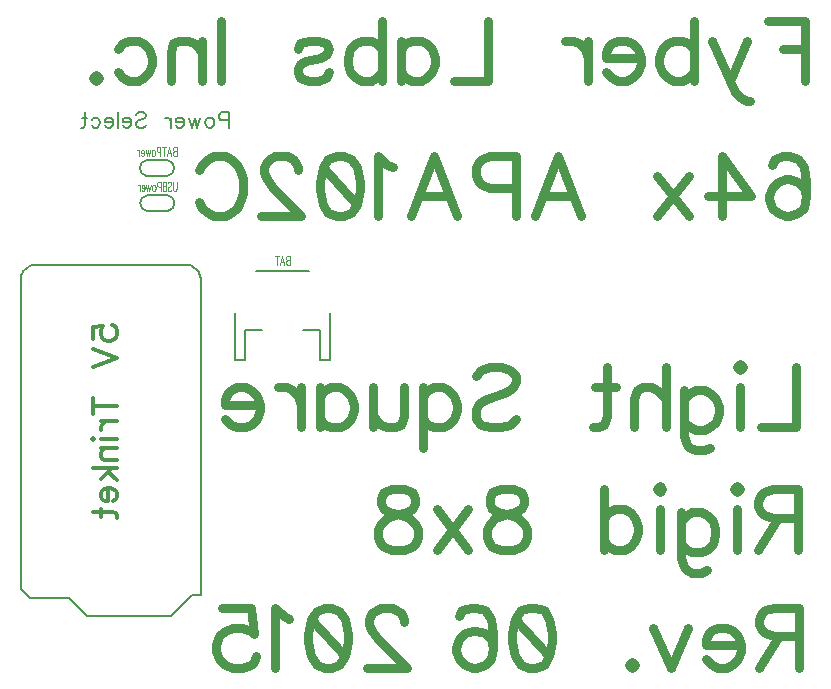
<source format=gbo>
G04 DipTrace 2.4.0.2*
%IN64xAPA102Crigid.gbo*%
%MOMM*%
%ADD11C,0.14*%
%ADD19C,0.203*%
%ADD20C,0.15*%
%ADD34C,0.118*%
%ADD35C,0.196*%
%ADD36C,0.314*%
%ADD37C,0.784*%
%FSLAX53Y53*%
G04*
G71*
G90*
G75*
G01*
%LNBotSilk*%
%LPD*%
X34635Y53493D2*
D19*
X30135D1*
X28385Y49993D2*
Y45992D1*
X29235D1*
Y48493D1*
X30635D1*
X34135D2*
X35535D1*
Y45992D1*
X36385D1*
Y49993D1*
X20911Y62911D2*
D20*
G03X20911Y61561I80J-675D01*
G01*
X22614D2*
G03X22614Y62911I-80J675D01*
G01*
X22652Y61561D2*
X20873D1*
X22652Y62911D2*
X20873D1*
X22642Y58588D2*
G03X22642Y59938I-80J675D01*
G01*
X20939D2*
G03X20939Y58588I80J-675D01*
G01*
X20901Y59938D2*
X22680D1*
X20901Y58588D2*
X22680D1*
X11489Y54049D2*
D11*
X11356Y54042D1*
X11225Y54021D1*
X11096Y53987D1*
X10972Y53939D1*
X10854Y53879D1*
X10742Y53806D1*
X10639Y53723D1*
X10545Y53629D1*
X10461Y53525D1*
X10389Y53414D1*
X10329Y53295D1*
X10281Y53171D1*
X10247Y53043D1*
X10226Y52912D1*
X10219Y52779D1*
Y26617D1*
X10981Y25855D1*
X14283D1*
X15807Y24331D1*
X22919D1*
X24697Y26109D1*
X25459D1*
Y52779D1*
X25452Y52912D1*
X25431Y53043D1*
X25397Y53171D1*
X25349Y53295D1*
X25289Y53414D1*
X25216Y53525D1*
X25133Y53629D1*
X25039Y53723D1*
X24935Y53806D1*
X24824Y53879D1*
X24706Y53939D1*
X24581Y53987D1*
X24453Y54021D1*
X24322Y54042D1*
X24189Y54049D1*
X11489D1*
X33008Y54809D2*
D34*
Y54043D1*
X32810D1*
X32745Y54080D1*
X32723Y54116D1*
X32701Y54189D1*
Y54298D1*
X32723Y54372D1*
X32745Y54408D1*
X32810Y54444D1*
X32745Y54481D1*
X32723Y54517D1*
X32701Y54590D1*
Y54663D1*
X32723Y54735D1*
X32745Y54772D1*
X32810Y54809D1*
X33008D1*
Y54444D2*
X32810D1*
X32210Y54043D2*
X32385Y54809D1*
X32560Y54043D1*
X32494Y54298D2*
X32276D1*
X31916Y54809D2*
Y54043D1*
X32069Y54809D2*
X31762D1*
X23427Y64027D2*
Y63261D1*
X23230D1*
X23164Y63298D1*
X23143Y63334D1*
X23121Y63407D1*
Y63516D1*
X23143Y63589D1*
X23164Y63626D1*
X23230Y63662D1*
X23164Y63699D1*
X23143Y63735D1*
X23121Y63808D1*
Y63881D1*
X23143Y63953D1*
X23164Y63990D1*
X23230Y64027D1*
X23427D1*
Y63662D2*
X23230D1*
X22630Y63261D2*
X22805Y64027D1*
X22980Y63261D1*
X22914Y63516D2*
X22695D1*
X22335Y64027D2*
Y63261D1*
X22488Y64027D2*
X22182D1*
X22041Y63626D2*
X21844D1*
X21779Y63662D1*
X21756Y63699D1*
X21735Y63771D1*
Y63881D1*
X21756Y63953D1*
X21779Y63990D1*
X21844Y64027D1*
X22041D1*
Y63261D1*
X21484Y63771D2*
X21528Y63735D1*
X21572Y63662D1*
X21593Y63552D1*
Y63480D1*
X21572Y63370D1*
X21528Y63298D1*
X21484Y63261D1*
X21419D1*
X21375Y63298D1*
X21331Y63370D1*
X21309Y63480D1*
Y63552D1*
X21331Y63662D1*
X21375Y63735D1*
X21419Y63771D1*
X21484D1*
X21168D2*
X21080Y63261D1*
X20993Y63771D1*
X20905Y63261D1*
X20818Y63771D1*
X20677Y63552D2*
X20415D1*
Y63626D1*
X20436Y63699D1*
X20458Y63735D1*
X20502Y63771D1*
X20568D1*
X20611Y63735D1*
X20655Y63662D1*
X20677Y63552D1*
Y63480D1*
X20655Y63370D1*
X20611Y63298D1*
X20568Y63261D1*
X20502D1*
X20458Y63298D1*
X20415Y63370D1*
X20273Y63771D2*
Y63261D1*
Y63552D2*
X20251Y63662D1*
X20208Y63735D1*
X20164Y63771D1*
X20098D1*
X23433Y61054D2*
Y60507D1*
X23411Y60397D1*
X23367Y60325D1*
X23302Y60288D1*
X23258D1*
X23193Y60325D1*
X23149Y60397D1*
X23127Y60507D1*
Y61054D1*
X22679Y60944D2*
X22723Y61017D1*
X22789Y61054D1*
X22876D1*
X22942Y61017D1*
X22986Y60944D1*
Y60872D1*
X22963Y60798D1*
X22942Y60762D1*
X22898Y60726D1*
X22767Y60653D1*
X22723Y60616D1*
X22701Y60579D1*
X22679Y60507D1*
Y60397D1*
X22723Y60325D1*
X22789Y60288D1*
X22876D1*
X22942Y60325D1*
X22986Y60397D1*
X22538Y61054D2*
Y60288D1*
X22341D1*
X22275Y60325D1*
X22254Y60361D1*
X22232Y60434D1*
Y60543D1*
X22254Y60616D1*
X22275Y60653D1*
X22341Y60689D1*
X22275Y60726D1*
X22254Y60762D1*
X22232Y60835D1*
Y60908D1*
X22254Y60980D1*
X22275Y61017D1*
X22341Y61054D1*
X22538D1*
Y60689D2*
X22341D1*
X22091Y60653D2*
X21894D1*
X21829Y60689D1*
X21806Y60726D1*
X21785Y60798D1*
Y60908D1*
X21806Y60980D1*
X21829Y61017D1*
X21894Y61054D1*
X22091D1*
Y60288D1*
X21534Y60798D2*
X21578Y60762D1*
X21622Y60689D1*
X21643Y60579D1*
Y60507D1*
X21622Y60397D1*
X21578Y60325D1*
X21534Y60288D1*
X21469D1*
X21425Y60325D1*
X21381Y60397D1*
X21359Y60507D1*
Y60579D1*
X21381Y60689D1*
X21425Y60762D1*
X21469Y60798D1*
X21534D1*
X21218D2*
X21130Y60288D1*
X21043Y60798D1*
X20955Y60288D1*
X20868Y60798D1*
X20727Y60579D2*
X20465D1*
Y60653D1*
X20486Y60726D1*
X20508Y60762D1*
X20552Y60798D1*
X20618D1*
X20661Y60762D1*
X20705Y60689D1*
X20727Y60579D1*
Y60507D1*
X20705Y60397D1*
X20661Y60325D1*
X20618Y60288D1*
X20552D1*
X20508Y60325D1*
X20465Y60397D1*
X20323Y60798D2*
Y60288D1*
Y60579D2*
X20301Y60689D1*
X20258Y60762D1*
X20214Y60798D1*
X20148D1*
X27859Y66273D2*
D35*
X27311D1*
X27130Y66334D1*
X27069Y66396D1*
X27008Y66516D1*
Y66699D1*
X27069Y66819D1*
X27130Y66881D1*
X27311Y66942D1*
X27859D1*
Y65666D1*
X26313Y66516D2*
X26434Y66456D1*
X26556Y66334D1*
X26616Y66151D1*
Y66031D1*
X26556Y65848D1*
X26434Y65727D1*
X26313Y65666D1*
X26130D1*
X26008Y65727D1*
X25887Y65848D1*
X25826Y66031D1*
Y66151D1*
X25887Y66334D1*
X26008Y66456D1*
X26130Y66516D1*
X26313D1*
X25434D2*
X25191Y65666D1*
X24948Y66516D1*
X24705Y65666D1*
X24462Y66516D1*
X24070Y66151D2*
X23341D1*
Y66273D1*
X23402Y66396D1*
X23462Y66456D1*
X23584Y66516D1*
X23767D1*
X23887Y66456D1*
X24010Y66334D1*
X24070Y66151D1*
Y66031D1*
X24010Y65848D1*
X23887Y65727D1*
X23767Y65666D1*
X23584D1*
X23462Y65727D1*
X23341Y65848D1*
X22949Y66516D2*
Y65666D1*
Y66151D2*
X22887Y66334D1*
X22767Y66456D1*
X22645Y66516D1*
X22462D1*
X19985Y66759D2*
X20105Y66881D1*
X20288Y66942D1*
X20531D1*
X20713Y66881D1*
X20835Y66759D1*
Y66638D1*
X20774Y66516D1*
X20713Y66456D1*
X20593Y66396D1*
X20228Y66273D1*
X20105Y66213D1*
X20045Y66151D1*
X19985Y66031D1*
Y65848D1*
X20105Y65727D1*
X20288Y65666D1*
X20531D1*
X20713Y65727D1*
X20835Y65848D1*
X19593Y66151D2*
X18864D1*
Y66273D1*
X18924Y66396D1*
X18985Y66456D1*
X19107Y66516D1*
X19289D1*
X19410Y66456D1*
X19532Y66334D1*
X19593Y66151D1*
Y66031D1*
X19532Y65848D1*
X19410Y65727D1*
X19289Y65666D1*
X19107D1*
X18985Y65727D1*
X18864Y65848D1*
X18472Y66942D2*
Y65666D1*
X18080Y66151D2*
X17351D1*
Y66273D1*
X17411Y66396D1*
X17472Y66456D1*
X17594Y66516D1*
X17776D1*
X17897Y66456D1*
X18019Y66334D1*
X18080Y66151D1*
Y66031D1*
X18019Y65848D1*
X17897Y65727D1*
X17776Y65666D1*
X17594D1*
X17472Y65727D1*
X17351Y65848D1*
X16229Y66334D2*
X16351Y66456D1*
X16473Y66516D1*
X16654D1*
X16776Y66456D1*
X16897Y66334D1*
X16959Y66151D1*
Y66031D1*
X16897Y65848D1*
X16776Y65727D1*
X16654Y65666D1*
X16473D1*
X16351Y65727D1*
X16229Y65848D1*
X15654Y66942D2*
Y65908D1*
X15594Y65727D1*
X15472Y65666D1*
X15351D1*
X15837Y66516D2*
X15411D1*
X16336Y47768D2*
D36*
Y48739D1*
X17210Y48835D1*
X17113Y48739D1*
X17014Y48447D1*
Y48157D1*
X17113Y47865D1*
X17306Y47670D1*
X17598Y47573D1*
X17791D1*
X18083Y47670D1*
X18279Y47865D1*
X18375Y48157D1*
Y48447D1*
X18279Y48739D1*
X18180Y48835D1*
X17987Y48934D1*
X16334Y46946D2*
X18375Y46168D1*
X16334Y45391D1*
Y42108D2*
X18375D1*
X16334Y42789D2*
Y41428D1*
X17014Y40800D2*
X18375D1*
X17598D2*
X17306Y40701D1*
X17111Y40508D1*
X17014Y40313D1*
Y40021D1*
X16334Y39393D2*
X16430Y39297D1*
X16334Y39198D1*
X16235Y39297D1*
X16334Y39393D1*
X17014Y39297D2*
X18375D1*
X17014Y38570D2*
X18375D1*
X17403D2*
X17111Y38278D1*
X17014Y38083D1*
Y37793D1*
X17111Y37598D1*
X17403Y37501D1*
X18375D1*
X16334Y36874D2*
X18375D1*
X17014Y35901D2*
X17987Y36874D1*
X17598Y36485D2*
X18375Y35805D1*
X17598Y35177D2*
Y34011D1*
X17403D1*
X17207Y34108D1*
X17111Y34205D1*
X17014Y34400D1*
Y34692D1*
X17111Y34885D1*
X17306Y35081D1*
X17598Y35177D1*
X17791D1*
X18083Y35081D1*
X18277Y34885D1*
X18375Y34692D1*
Y34400D1*
X18277Y34205D1*
X18083Y34011D1*
X16334Y33092D2*
X17987D1*
X18277Y32995D1*
X18375Y32800D1*
Y32607D1*
X17014Y33384D2*
Y32703D1*
X73508Y74727D2*
D37*
X76670D1*
Y69622D1*
Y72295D2*
X74727D1*
X71693Y73025D2*
X70238Y69622D1*
X70721Y68651D1*
X71210Y68162D1*
X71693Y67921D1*
X71940D1*
X68778Y73025D2*
X70238Y69622D1*
X67209Y74727D2*
Y69622D1*
Y72295D2*
X66721Y72784D1*
X66238Y73025D1*
X65508D1*
X65025Y72784D1*
X64537Y72295D1*
X64295Y71565D1*
Y71082D1*
X64537Y70352D1*
X65025Y69870D1*
X65508Y69622D1*
X66238D1*
X66721Y69870D1*
X67209Y70352D1*
X62726Y71565D2*
X59812D1*
Y72054D1*
X60054Y72542D1*
X60295Y72784D1*
X60784Y73025D1*
X61514D1*
X61996Y72784D1*
X62485Y72295D1*
X62726Y71565D1*
Y71082D1*
X62485Y70352D1*
X61996Y69870D1*
X61514Y69622D1*
X60784D1*
X60295Y69870D1*
X59812Y70352D1*
X58243Y73025D2*
Y69622D1*
Y71565D2*
X57996Y72295D1*
X57513Y72784D1*
X57025Y73025D1*
X56295D1*
X49788Y74727D2*
Y69622D1*
X46874D1*
X42391Y73025D2*
Y69622D1*
Y72295D2*
X42874Y72784D1*
X43363Y73025D1*
X44087D1*
X44575Y72784D1*
X45058Y72295D1*
X45305Y71565D1*
Y71082D1*
X45058Y70352D1*
X44575Y69870D1*
X44087Y69622D1*
X43363D1*
X42874Y69870D1*
X42391Y70352D1*
X40822Y74727D2*
Y69622D1*
Y72295D2*
X40334Y72784D1*
X39851Y73025D1*
X39121D1*
X38638Y72784D1*
X38149Y72295D1*
X37908Y71565D1*
Y71082D1*
X38149Y70352D1*
X38638Y69870D1*
X39121Y69622D1*
X39851D1*
X40334Y69870D1*
X40822Y70352D1*
X33666Y72295D2*
X33908Y72784D1*
X34638Y73025D1*
X35368D1*
X36098Y72784D1*
X36339Y72295D1*
X36098Y71812D1*
X35609Y71565D1*
X34396Y71324D1*
X33908Y71082D1*
X33666Y70594D1*
Y70352D1*
X33908Y69870D1*
X34638Y69622D1*
X35368D1*
X36098Y69870D1*
X36339Y70352D1*
X27160Y74727D2*
Y69622D1*
X25591Y73025D2*
Y69622D1*
Y72054D2*
X24861Y72784D1*
X24373Y73025D1*
X23648D1*
X23160Y72784D1*
X22918Y72054D1*
Y69622D1*
X18430Y72295D2*
X18918Y72784D1*
X19407Y73025D1*
X20131D1*
X20620Y72784D1*
X21103Y72295D1*
X21350Y71565D1*
Y71082D1*
X21103Y70352D1*
X20620Y69870D1*
X20131Y69622D1*
X19407D1*
X18918Y69870D1*
X18430Y70352D1*
X16620Y70111D2*
X16861Y69864D1*
X16620Y69622D1*
X16373Y69864D1*
X16620Y70111D1*
X73832Y62532D2*
X74073Y63015D1*
X74803Y63257D1*
X75286D1*
X76016Y63015D1*
X76504Y62285D1*
X76746Y61072D1*
Y59859D1*
X76504Y58888D1*
X76016Y58399D1*
X75286Y58158D1*
X75044D1*
X74320Y58399D1*
X73832Y58888D1*
X73590Y59618D1*
Y59859D1*
X73832Y60589D1*
X74320Y61072D1*
X75044Y61314D1*
X75286D1*
X76016Y61072D1*
X76504Y60589D1*
X76746Y59859D1*
X69590Y58158D2*
Y63257D1*
X72021Y59859D1*
X68377D1*
X66808Y61561D2*
X64135Y58158D1*
Y61561D2*
X66808Y58158D1*
X53738D2*
X55686Y63262D1*
X57629Y58158D1*
X56899Y59859D2*
X54468D1*
X52169Y60589D2*
X49979D1*
X49255Y60831D1*
X49007Y61078D1*
X48766Y61561D1*
Y62291D1*
X49007Y62774D1*
X49255Y63021D1*
X49979Y63262D1*
X52169D1*
Y58158D1*
X43306D2*
X45254Y63262D1*
X47197Y58158D1*
X46467Y59859D2*
X44036D1*
X41737Y62285D2*
X41249Y62532D1*
X40519Y63257D1*
Y58158D1*
X37490Y63257D2*
X38220Y63015D1*
X38709Y62285D1*
X38950Y61072D1*
Y60342D1*
X38709Y59129D1*
X38220Y58399D1*
X37490Y58158D1*
X37007D1*
X36277Y58399D1*
X35794Y59129D1*
X35547Y60342D1*
Y61072D1*
X35794Y62285D1*
X36277Y63015D1*
X37007Y63257D1*
X37490D1*
X35794Y62285D2*
X38709Y59129D1*
X33731Y62044D2*
Y62285D1*
X33490Y62774D1*
X33249Y63015D1*
X32760Y63257D1*
X31789D1*
X31306Y63015D1*
X31064Y62774D1*
X30817Y62285D1*
Y61802D1*
X31064Y61314D1*
X31547Y60589D1*
X33979Y58158D1*
X30576D1*
X25363Y62049D2*
X25604Y62532D1*
X26093Y63021D1*
X26576Y63262D1*
X27547D1*
X28036Y63021D1*
X28518Y62532D1*
X28766Y62049D1*
X29007Y61319D1*
Y60101D1*
X28766Y59376D1*
X28518Y58888D1*
X28036Y58405D1*
X27547Y58158D1*
X26576D1*
X26093Y58405D1*
X25604Y58888D1*
X25363Y59376D1*
X75858Y45378D2*
Y40274D1*
X72943D1*
X71375Y45378D2*
X71133Y45137D1*
X70886Y45378D1*
X71133Y45625D1*
X71375Y45378D1*
X71133Y43677D2*
Y40274D1*
X66403Y43435D2*
Y39544D1*
X66645Y38820D1*
X66886Y38573D1*
X67375Y38331D1*
X68105D1*
X68588Y38573D1*
X66403Y42705D2*
X66886Y43188D1*
X67375Y43435D1*
X68105D1*
X68588Y43188D1*
X69076Y42705D1*
X69318Y41975D1*
Y41487D1*
X69076Y40763D1*
X68588Y40274D1*
X68105Y40033D1*
X67375D1*
X66886Y40274D1*
X66403Y40763D1*
X64835Y45378D2*
Y40274D1*
Y42705D2*
X64105Y43435D1*
X63616Y43677D1*
X62886D1*
X62403Y43435D1*
X62162Y42705D1*
Y40274D1*
X59863Y45378D2*
Y41245D1*
X59622Y40521D1*
X59133Y40274D1*
X58650D1*
X60593Y43677D2*
X58892D1*
X48741Y44648D2*
X49224Y45137D1*
X49954Y45378D1*
X50925D1*
X51655Y45137D1*
X52144Y44648D1*
Y44165D1*
X51896Y43677D1*
X51655Y43435D1*
X51172Y43194D1*
X49712Y42705D1*
X49224Y42464D1*
X48982Y42217D1*
X48741Y41734D1*
Y41004D1*
X49224Y40521D1*
X49954Y40274D1*
X50925D1*
X51655Y40521D1*
X52144Y41004D1*
X44258Y43677D2*
Y38573D1*
Y42947D2*
X44741Y43430D1*
X45229Y43677D1*
X45959D1*
X46442Y43430D1*
X46931Y42947D1*
X47172Y42217D1*
Y41728D1*
X46931Y41004D1*
X46442Y40515D1*
X45959Y40274D1*
X45229D1*
X44741Y40515D1*
X44258Y41004D1*
X42689Y43677D2*
Y41245D1*
X42448Y40521D1*
X41959Y40274D1*
X41229D1*
X40746Y40521D1*
X40016Y41245D1*
Y43677D2*
Y40274D1*
X35533Y43677D2*
Y40274D1*
Y42947D2*
X36016Y43435D1*
X36505Y43677D1*
X37229D1*
X37717Y43435D1*
X38200Y42947D1*
X38447Y42217D1*
Y41734D1*
X38200Y41004D1*
X37717Y40521D1*
X37229Y40274D1*
X36505D1*
X36016Y40521D1*
X35533Y41004D1*
X33964Y43677D2*
Y40274D1*
Y42217D2*
X33717Y42947D1*
X33234Y43435D1*
X32746Y43677D1*
X32016D1*
X30447Y42217D2*
X27533D1*
Y42705D1*
X27774Y43194D1*
X28016Y43435D1*
X28504Y43677D1*
X29234D1*
X29717Y43435D1*
X30206Y42947D1*
X30447Y42217D1*
Y41734D1*
X30206Y41004D1*
X29717Y40521D1*
X29234Y40274D1*
X28504D1*
X28016Y40521D1*
X27533Y41004D1*
X76160Y22595D2*
X73976D1*
X73246Y22842D1*
X72999Y23084D1*
X72757Y23566D1*
Y24055D1*
X72999Y24538D1*
X73246Y24785D1*
X73976Y25026D1*
X76160D1*
Y19922D1*
X74459Y22595D2*
X72757Y19922D1*
X71188Y21865D2*
X68274D1*
Y22354D1*
X68516Y22842D1*
X68757Y23084D1*
X69246Y23325D1*
X69976D1*
X70458Y23084D1*
X70947Y22595D1*
X71188Y21865D1*
Y21382D1*
X70947Y20652D1*
X70458Y20169D1*
X69976Y19922D1*
X69246D1*
X68757Y20169D1*
X68274Y20652D1*
X66705Y23325D2*
X65245Y19922D1*
X63791Y23325D1*
X61981Y20411D2*
X62222Y20164D1*
X61981Y19922D1*
X61734Y20164D1*
X61981Y20411D1*
X53767Y25021D2*
X54497Y24779D1*
X54986Y24049D1*
X55227Y22836D1*
Y22106D1*
X54986Y20894D1*
X54497Y20164D1*
X53767Y19922D1*
X53284D1*
X52554Y20164D1*
X52072Y20894D1*
X51824Y22106D1*
Y22836D1*
X52072Y24049D1*
X52554Y24779D1*
X53284Y25021D1*
X53767D1*
X52072Y24049D2*
X54986Y20894D1*
X47341Y24296D2*
X47583Y24779D1*
X48313Y25021D1*
X48796D1*
X49526Y24779D1*
X50014Y24049D1*
X50256Y22836D1*
Y21624D1*
X50014Y20652D1*
X49526Y20164D1*
X48796Y19922D1*
X48554D1*
X47830Y20164D1*
X47341Y20652D1*
X47100Y21382D1*
Y21624D1*
X47341Y22354D1*
X47830Y22836D1*
X48554Y23078D1*
X48796D1*
X49526Y22836D1*
X50014Y22354D1*
X50256Y21624D1*
X42668Y23798D2*
Y24040D1*
X42427Y24528D1*
X42185Y24770D1*
X41697Y25011D1*
X40725D1*
X40242Y24770D1*
X40001Y24528D1*
X39754Y24040D1*
Y23557D1*
X40001Y23068D1*
X40484Y22344D1*
X42915Y19913D1*
X39512D1*
X36484Y25011D2*
X37214Y24770D1*
X37702Y24040D1*
X37944Y22827D1*
Y22097D1*
X37702Y20884D1*
X37214Y20154D1*
X36484Y19913D1*
X36001D1*
X35271Y20154D1*
X34788Y20884D1*
X34541Y22097D1*
Y22827D1*
X34788Y24040D1*
X35271Y24770D1*
X36001Y25011D1*
X36484D1*
X34788Y24040D2*
X37702Y20884D1*
X32972Y24040D2*
X32483Y24287D1*
X31753Y25011D1*
Y19913D1*
X27270Y25011D2*
X29696D1*
X29938Y22827D1*
X29696Y23068D1*
X28966Y23316D1*
X28242D1*
X27512Y23068D1*
X27023Y22586D1*
X26782Y21856D1*
Y21373D1*
X27023Y20643D1*
X27512Y20154D1*
X28242Y19913D1*
X28966D1*
X29696Y20154D1*
X29938Y20401D1*
X30185Y20884D1*
X76072Y32610D2*
X73887D1*
X73157Y32857D1*
X72910Y33098D1*
X72669Y33581D1*
Y34070D1*
X72910Y34553D1*
X73157Y34800D1*
X73887Y35041D1*
X76072D1*
Y29937D1*
X74370Y32610D2*
X72669Y29937D1*
X71100Y35041D2*
X70859Y34800D1*
X70611Y35041D1*
X70859Y35288D1*
X71100Y35041D1*
X70859Y33340D2*
Y29937D1*
X66128Y33098D2*
Y29207D1*
X66370Y28482D1*
X66611Y28235D1*
X67100Y27994D1*
X67830D1*
X68313Y28235D1*
X66128Y32368D2*
X66611Y32851D1*
X67100Y33098D1*
X67830D1*
X68313Y32851D1*
X68801Y32368D1*
X69043Y31638D1*
Y31150D1*
X68801Y30425D1*
X68313Y29937D1*
X67830Y29695D1*
X67100D1*
X66611Y29937D1*
X66128Y30425D1*
X64560Y35041D2*
X64318Y34800D1*
X64071Y35041D1*
X64318Y35288D1*
X64560Y35041D1*
X64318Y33340D2*
Y29937D1*
X59588Y35041D2*
Y29937D1*
Y32610D2*
X60071Y33098D1*
X60560Y33340D1*
X61290D1*
X61773Y33098D1*
X62261Y32610D1*
X62503Y31880D1*
Y31397D1*
X62261Y30667D1*
X61773Y30184D1*
X61290Y29937D1*
X60560D1*
X60071Y30184D1*
X59588Y30667D1*
X51869Y35036D2*
X52593Y34794D1*
X52840Y34311D1*
Y33823D1*
X52593Y33340D1*
X52110Y33093D1*
X51139Y32851D1*
X50409Y32610D1*
X49926Y32121D1*
X49684Y31638D1*
Y30908D1*
X49926Y30425D1*
X50167Y30178D1*
X50897Y29937D1*
X51869D1*
X52593Y30178D1*
X52840Y30425D1*
X53082Y30908D1*
Y31638D1*
X52840Y32121D1*
X52352Y32610D1*
X51627Y32851D1*
X50656Y33093D1*
X50167Y33340D1*
X49926Y33823D1*
Y34311D1*
X50167Y34794D1*
X50897Y35036D1*
X51869D1*
X48116Y33340D2*
X45443Y29937D1*
Y33340D2*
X48116Y29937D1*
X42661Y35036D2*
X43386Y34794D1*
X43633Y34311D1*
Y33823D1*
X43386Y33340D1*
X42903Y33093D1*
X41931Y32851D1*
X41201Y32610D1*
X40718Y32121D1*
X40477Y31638D1*
Y30908D1*
X40718Y30425D1*
X40960Y30178D1*
X41690Y29937D1*
X42661D1*
X43386Y30178D1*
X43633Y30425D1*
X43874Y30908D1*
Y31638D1*
X43633Y32121D1*
X43144Y32610D1*
X42420Y32851D1*
X41448Y33093D1*
X40960Y33340D1*
X40718Y33823D1*
Y34311D1*
X40960Y34794D1*
X41690Y35036D1*
X42661D1*
M02*

</source>
